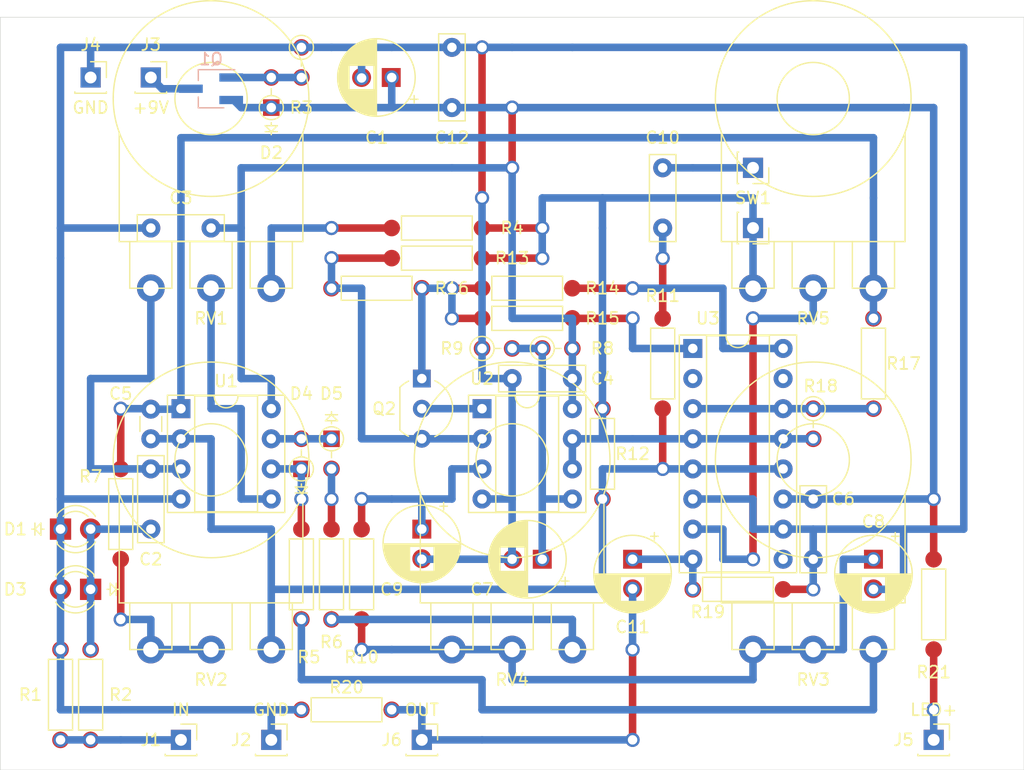
<source format=kicad_pcb>
(kicad_pcb (version 20171130) (host pcbnew "(5.1.4)-1")
  (layers (0 F.Cu signal) (31 B.Cu signal) (34 B.Paste user) (35 F.Paste user) (36 B.SilkS user) (37 F.SilkS user) (38 B.Mask user) (39 F.Mask user) (44 Edge.Cuts user))
  (net 0 "")
  (net 1 GND)
  (net 2 +9V)
  (net 3 "Net-(C5-Pad1)")
  (net 4 "Net-(C7-Pad1)")
  (net 5 "Net-(C8-Pad1)")
  (net 6 "Net-(D4-Pad2)")
  (net 7 "Net-(D4-Pad1)")
  (net 8 "Net-(J1-Pad1)")
  (net 9 "Net-(R7-Pad1)")
  (net 10 "Net-(R17-Pad2)")
  (net 11 "Net-(D5-Pad2)")
  (net 12 "Net-(Q2-Pad1)")
  (net 13 "Net-(Q2-Pad3)")
  (net 14 "Net-(Q2-Pad2)")
  (net 15 +4V5)
  (net 16 "Net-(R4-Pad1)")
  (net 17 "Net-(R5-Pad2)")
  (net 18 "Net-(R6-Pad2)")
  (net 19 "Net-(R14-Pad1)")
  (net 20 "Net-(R15-Pad1)")
  (net 21 "Net-(RV1-Pad2)")
  (net 22 "Net-(RV5-Pad2)")
  (net 23 "Net-(C2-Pad2)")
  (net 24 "Net-(C2-Pad1)")
  (net 25 "Net-(C5-Pad2)")
  (net 26 "Net-(C9-Pad1)")
  (net 27 "Net-(C10-Pad2)")
  (net 28 "Net-(C10-Pad1)")
  (net 29 "Net-(C11-Pad2)")
  (net 30 "Net-(C11-Pad1)")
  (net 31 "Net-(D2-Pad2)")
  (net 32 "Net-(J3-Pad1)")
  (net 33 "Net-(J5-Pad1)")
  (module "2.Breadboard components:C_Box_P5.08mm" (layer F.Cu) (at 88.9 76.2 90)
    (fp_text reference C12 (at -2.54 0 180) (layer F.SilkS))
    (fp_text value 100n)
    (pad 2 thru_hole circle (at 5.08 0 90) (size 1.6 1.6) (drill 0.8) (layers *.Cu *.Mask) (net 1 GND))
    (pad 1 thru_hole circle (at 0 0 90) (size 1.6 1.6) (drill 0.8) (layers *.Cu *.Mask) (net 2 +9V))
  )
  (module "1.Custom footprints:Alpha_16mm_potentiometer" (layer F.Cu) (at 68.58 91.44)
    (fp_text reference RV1 (at 0 2.54) (layer F.SilkS))
    (fp_text value TH)
    (pad 1 thru_hole circle (at -5.08 0) (size 2.34 2.34) (drill 1.3) (layers *.Cu *.Mask) (net 24 "Net-(C2-Pad1)"))
    (pad 2 thru_hole circle (at 0 0) (size 2.34 2.34) (drill 1.3) (layers *.Cu *.Mask) (net 21 "Net-(RV1-Pad2)"))
    (pad 3 thru_hole circle (at 5.08 0) (size 2.34 2.34) (drill 1.3) (layers *.Cu *.Mask) (net 16 "Net-(R4-Pad1)"))
  )
  (module "2.Breadboard components:R_Axial_Horizontal" (layer F.Cu) (at 101.6 109.22 90)
    (fp_text reference R12 (at 3.81 2.54 180) (layer F.SilkS))
    (fp_text value 10k)
    (pad 2 smd oval (at 7.62 0 90) (size 1.4 1.4) (layers F.Cu) (net 15 +4V5))
    (pad 1 smd circle (at 0 0 90) (size 1.4 1.4) (layers F.Cu) (net 3 "Net-(C5-Pad1)"))
  )
  (module "2.Breadboard components:R_Axial_Horizontal" (layer F.Cu) (at 55.88 129.54 90)
    (fp_text reference R1 (at 3.81 -2.54 180) (layer F.SilkS))
    (fp_text value 1M)
    (pad 2 smd oval (at 7.62 0 90) (size 1.4 1.4) (layers F.Cu) (net 1 GND))
    (pad 1 smd circle (at 0 0 90) (size 1.4 1.4) (layers F.Cu) (net 8 "Net-(J1-Pad1)"))
  )
  (module "2.Breadboard components:D_Axial_Vertical" (layer F.Cu) (at 78.74 104.14 270)
    (fp_text reference D5 (at -3.81 0 180) (layer F.SilkS))
    (fp_text value 1N4148)
    (pad 2 smd oval (at 2.54 0 270) (size 1.4 1.4) (layers F.Cu) (net 11 "Net-(D5-Pad2)"))
    (pad 1 smd rect (at 0 0 270) (size 1.4 1.4) (layers F.Cu) (net 6 "Net-(D4-Pad2)"))
  )
  (module "2.Breadboard components:D_Axial_Vertical" (layer F.Cu) (at 76.2 106.68 90)
    (fp_text reference D4 (at 6.35 0 180) (layer F.SilkS))
    (fp_text value 1N4148)
    (pad 2 smd oval (at 2.54 0 90) (size 1.4 1.4) (layers F.Cu) (net 6 "Net-(D4-Pad2)"))
    (pad 1 smd rect (at 0 0 90) (size 1.4 1.4) (layers F.Cu) (net 7 "Net-(D4-Pad1)"))
  )
  (module "2.Breadboard components:R_Axial_Horizontal" (layer F.Cu) (at 106.68 101.6 90)
    (fp_text reference R11 (at 9.525 0 180) (layer F.SilkS))
    (fp_text value 10k)
    (pad 2 smd oval (at 7.62 0 90) (size 1.4 1.4) (layers F.Cu) (net 27 "Net-(C10-Pad2)"))
    (pad 1 smd circle (at 0 0 90) (size 1.4 1.4) (layers F.Cu) (net 3 "Net-(C5-Pad1)"))
  )
  (module "2.Breadboard components:R_Axial_Vertical" (layer F.Cu) (at 91.44 96.52)
    (fp_text reference R9 (at -2.54 0) (layer F.SilkS))
    (fp_text value 100k)
    (pad 2 smd oval (at 2.54 0) (size 1.4 1.4) (layers F.Cu) (net 4 "Net-(C7-Pad1)"))
    (pad 1 smd circle (at 0 0) (size 1.4 1.4) (layers F.Cu) (net 1 GND))
  )
  (module "2.Breadboard components:R_Axial_Vertical" (layer F.Cu) (at 96.52 96.52)
    (fp_text reference R8 (at 5.08 0) (layer F.SilkS))
    (fp_text value 100k)
    (pad 2 smd oval (at 2.54 0) (size 1.4 1.4) (layers F.Cu) (net 2 +9V))
    (pad 1 smd circle (at 0 0) (size 1.4 1.4) (layers F.Cu) (net 4 "Net-(C7-Pad1)"))
  )
  (module "2.Breadboard components:R_Axial_Horizontal" (layer F.Cu) (at 83.82 86.36)
    (fp_text reference R4 (at 10.16 0) (layer F.SilkS))
    (fp_text value 220k)
    (pad 2 smd oval (at 7.62 0) (size 1.4 1.4) (layers F.Cu) (net 15 +4V5))
    (pad 1 smd circle (at 0 0) (size 1.4 1.4) (layers F.Cu) (net 16 "Net-(R4-Pad1)"))
  )
  (module "2.Breadboard components:R_Axial_Horizontal" (layer F.Cu) (at 83.82 88.9)
    (fp_text reference R13 (at 10.16 0) (layer F.SilkS))
    (fp_text value 1k)
    (pad 2 smd oval (at 7.62 0) (size 1.4 1.4) (layers F.Cu) (net 15 +4V5))
    (pad 1 smd circle (at 0 0) (size 1.4 1.4) (layers F.Cu) (net 13 "Net-(Q2-Pad3)"))
  )
  (module "2.Breadboard components:R_Axial_Vertical" (layer F.Cu) (at 76.2 71.12 270)
    (fp_text reference R3 (at 5.08 0 180) (layer F.SilkS))
    (fp_text value 100k)
    (pad 2 smd oval (at 2.54 0 270) (size 1.4 1.4) (layers F.Cu) (net 31 "Net-(D2-Pad2)"))
    (pad 1 smd circle (at 0 0 270) (size 1.4 1.4) (layers F.Cu) (net 1 GND))
  )
  (module "2.Breadboard components:R_Axial_Vertical" (layer F.Cu) (at 119.38 101.6 270)
    (fp_text reference R18 (at -1.905 -0.635 180) (layer F.SilkS))
    (fp_text value 220R)
    (pad 2 smd oval (at 2.54 0 270) (size 1.4 1.4) (layers F.Cu) (net 15 +4V5))
    (pad 1 smd circle (at 0 0 270) (size 1.4 1.4) (layers F.Cu) (net 10 "Net-(R17-Pad2)"))
  )
  (module "2.Breadboard components:DIP-16_Socket" (layer F.Cu) (at 109.22 96.52)
    (fp_text reference U3 (at 1.27 -2.54) (layer F.SilkS))
    (fp_text value LM13700)
    (pad 16 thru_hole oval (at 7.62 0) (size 1.6 1.6) (drill 0.8) (layers *.Cu *.Mask) (net 19 "Net-(R14-Pad1)"))
    (pad 8 thru_hole oval (at 0 17.78) (size 1.6 1.6) (drill 0.8) (layers *.Cu *.Mask) (net 30 "Net-(C11-Pad1)"))
    (pad 15 thru_hole oval (at 7.62 2.54) (size 1.6 1.6) (drill 0.8) (layers *.Cu *.Mask))
    (pad 7 thru_hole oval (at 0 15.24) (size 1.6 1.6) (drill 0.8) (layers *.Cu *.Mask) (net 22 "Net-(RV5-Pad2)"))
    (pad 14 thru_hole oval (at 7.62 5.08) (size 1.6 1.6) (drill 0.8) (layers *.Cu *.Mask) (net 10 "Net-(R17-Pad2)"))
    (pad 6 thru_hole oval (at 0 12.7) (size 1.6 1.6) (drill 0.8) (layers *.Cu *.Mask) (net 1 GND))
    (pad 13 thru_hole oval (at 7.62 7.62) (size 1.6 1.6) (drill 0.8) (layers *.Cu *.Mask) (net 15 +4V5))
    (pad 5 thru_hole oval (at 0 10.16) (size 1.6 1.6) (drill 0.8) (layers *.Cu *.Mask) (net 3 "Net-(C5-Pad1)"))
    (pad 12 thru_hole oval (at 7.62 10.16) (size 1.6 1.6) (drill 0.8) (layers *.Cu *.Mask) (net 3 "Net-(C5-Pad1)"))
    (pad 4 thru_hole oval (at 0 7.62) (size 1.6 1.6) (drill 0.8) (layers *.Cu *.Mask) (net 15 +4V5))
    (pad 11 thru_hole oval (at 7.62 12.7) (size 1.6 1.6) (drill 0.8) (layers *.Cu *.Mask) (net 2 +9V))
    (pad 3 thru_hole oval (at 0 5.08) (size 1.6 1.6) (drill 0.8) (layers *.Cu *.Mask) (net 10 "Net-(R17-Pad2)"))
    (pad 10 thru_hole oval (at 7.62 15.24) (size 1.6 1.6) (drill 0.8) (layers *.Cu *.Mask) (net 1 GND))
    (pad 2 thru_hole oval (at 0 2.54) (size 1.6 1.6) (drill 0.8) (layers *.Cu *.Mask))
    (pad 9 thru_hole oval (at 7.62 17.78) (size 1.6 1.6) (drill 0.8) (layers *.Cu *.Mask))
    (pad 1 thru_hole rect (at 0 0) (size 1.6 1.6) (drill 0.8) (layers *.Cu *.Mask) (net 20 "Net-(R15-Pad1)"))
  )
  (module "2.Breadboard components:DIP-8_Socket" (layer F.Cu) (at 91.44 101.6)
    (fp_text reference U2 (at 0 -2.54) (layer F.SilkS))
    (fp_text value TL072)
    (pad 8 thru_hole oval (at 7.62 0) (size 1.6 1.6) (drill 0.8) (layers *.Cu *.Mask) (net 2 +9V))
    (pad 4 thru_hole oval (at 0 7.62) (size 1.6 1.6) (drill 0.8) (layers *.Cu *.Mask) (net 1 GND))
    (pad 7 thru_hole oval (at 7.62 2.54) (size 1.6 1.6) (drill 0.8) (layers *.Cu *.Mask) (net 15 +4V5))
    (pad 3 thru_hole oval (at 0 5.08) (size 1.6 1.6) (drill 0.8) (layers *.Cu *.Mask) (net 26 "Net-(C9-Pad1)"))
    (pad 6 thru_hole oval (at 7.62 5.08) (size 1.6 1.6) (drill 0.8) (layers *.Cu *.Mask) (net 15 +4V5))
    (pad 2 thru_hole oval (at 0 2.54) (size 1.6 1.6) (drill 0.8) (layers *.Cu *.Mask) (net 13 "Net-(Q2-Pad3)"))
    (pad 5 thru_hole oval (at 7.62 7.62) (size 1.6 1.6) (drill 0.8) (layers *.Cu *.Mask) (net 4 "Net-(C7-Pad1)"))
    (pad 1 thru_hole rect (at 0 0) (size 1.6 1.6) (drill 0.8) (layers *.Cu *.Mask) (net 14 "Net-(Q2-Pad2)"))
  )
  (module "2.Breadboard components:DIP-8_Socket" (layer F.Cu) (at 66.04 101.6)
    (fp_text reference U1 (at 3.81 -2.33) (layer F.SilkS))
    (fp_text value TL072)
    (pad 8 thru_hole oval (at 7.62 0) (size 1.6 1.6) (drill 0.8) (layers *.Cu *.Mask) (net 2 +9V))
    (pad 4 thru_hole oval (at 0 7.62) (size 1.6 1.6) (drill 0.8) (layers *.Cu *.Mask) (net 1 GND))
    (pad 7 thru_hole oval (at 7.62 2.54) (size 1.6 1.6) (drill 0.8) (layers *.Cu *.Mask) (net 6 "Net-(D4-Pad2)"))
    (pad 3 thru_hole oval (at 0 5.08) (size 1.6 1.6) (drill 0.8) (layers *.Cu *.Mask) (net 24 "Net-(C2-Pad1)"))
    (pad 6 thru_hole oval (at 7.62 5.08) (size 1.6 1.6) (drill 0.8) (layers *.Cu *.Mask) (net 7 "Net-(D4-Pad1)"))
    (pad 2 thru_hole oval (at 0 2.54) (size 1.6 1.6) (drill 0.8) (layers *.Cu *.Mask) (net 3 "Net-(C5-Pad1)"))
    (pad 5 thru_hole oval (at 7.62 7.62) (size 1.6 1.6) (drill 0.8) (layers *.Cu *.Mask) (net 21 "Net-(RV1-Pad2)"))
    (pad 1 thru_hole rect (at 0 0) (size 1.6 1.6) (drill 0.8) (layers *.Cu *.Mask) (net 25 "Net-(C5-Pad2)"))
  )
  (module "1.Custom footprints:PinSocket_2x01_P2.54mm_Vertical_Wide" (layer F.Cu) (at 114.3 81.28 270)
    (fp_text reference SW1 (at 2.54 0 180) (layer F.SilkS))
    (fp_text value TREBLE_BOOST)
    (pad 2 thru_hole rect (at 5.08 0 270) (size 1.7 1.7) (drill 1) (layers *.Cu *.Mask) (net 15 +4V5))
    (pad 1 thru_hole rect (at 0 0 270) (size 1.7 1.7) (drill 1) (layers *.Cu *.Mask) (net 28 "Net-(C10-Pad1)"))
  )
  (module "1.Custom footprints:Alpha_16mm_potentiometer" (layer F.Cu) (at 119.38 91.44)
    (fp_text reference RV5 (at 0 2.54) (layer F.SilkS))
    (fp_text value VOLUME)
    (pad 1 thru_hole circle (at -5.08 0) (size 2.34 2.34) (drill 1.3) (layers *.Cu *.Mask) (net 15 +4V5))
    (pad 2 thru_hole circle (at 0 0) (size 2.34 2.34) (drill 1.3) (layers *.Cu *.Mask) (net 22 "Net-(RV5-Pad2)"))
    (pad 3 thru_hole circle (at 5.08 0) (size 2.34 2.34) (drill 1.3) (layers *.Cu *.Mask) (net 25 "Net-(C5-Pad2)"))
  )
  (module "1.Custom footprints:Alpha_16mm_potentiometer" (layer F.Cu) (at 93.98 121.92)
    (fp_text reference RV4 (at 0 2.54) (layer F.SilkS))
    (fp_text value ATT)
    (pad 1 thru_hole circle (at -5.08 0) (size 2.34 2.34) (drill 1.3) (layers *.Cu *.Mask) (net 5 "Net-(C8-Pad1)"))
    (pad 2 thru_hole circle (at 0 0) (size 2.34 2.34) (drill 1.3) (layers *.Cu *.Mask) (net 5 "Net-(C8-Pad1)"))
    (pad 3 thru_hole circle (at 5.08 0) (size 2.34 2.34) (drill 1.3) (layers *.Cu *.Mask) (net 18 "Net-(R6-Pad2)"))
  )
  (module "1.Custom footprints:Alpha_16mm_potentiometer" (layer F.Cu) (at 119.38 121.92)
    (fp_text reference RV3 (at 0 2.54) (layer F.SilkS))
    (fp_text value REL)
    (pad 1 thru_hole circle (at -5.08 0) (size 2.34 2.34) (drill 1.3) (layers *.Cu *.Mask) (net 5 "Net-(C8-Pad1)"))
    (pad 2 thru_hole circle (at 0 0) (size 2.34 2.34) (drill 1.3) (layers *.Cu *.Mask) (net 5 "Net-(C8-Pad1)"))
    (pad 3 thru_hole circle (at 5.08 0) (size 2.34 2.34) (drill 1.3) (layers *.Cu *.Mask) (net 17 "Net-(R5-Pad2)"))
  )
  (module "1.Custom footprints:Alpha_16mm_potentiometer" (layer F.Cu) (at 68.58 121.92)
    (fp_text reference RV2 (at 0 2.54) (layer F.SilkS))
    (fp_text value RATIO)
    (pad 1 thru_hole circle (at -5.08 0) (size 2.34 2.34) (drill 1.3) (layers *.Cu *.Mask) (net 9 "Net-(R7-Pad1)"))
    (pad 2 thru_hole circle (at 0 0) (size 2.34 2.34) (drill 1.3) (layers *.Cu *.Mask) (net 9 "Net-(R7-Pad1)"))
    (pad 3 thru_hole circle (at 5.08 0) (size 2.34 2.34) (drill 1.3) (layers *.Cu *.Mask) (net 3 "Net-(C5-Pad1)"))
  )
  (module "2.Breadboard components:R_Axial_Horizontal" (layer F.Cu) (at 129.54 121.92 90)
    (fp_text reference R21 (at -1.905 0 180) (layer F.SilkS))
    (fp_text value R_LED)
    (pad 2 smd oval (at 7.62 0 90) (size 1.4 1.4) (layers F.Cu) (net 2 +9V))
    (pad 1 smd circle (at 0 0 90) (size 1.4 1.4) (layers F.Cu) (net 33 "Net-(J5-Pad1)"))
  )
  (module "2.Breadboard components:R_Axial_Horizontal" (layer F.Cu) (at 76.2 127)
    (fp_text reference R20 (at 3.81 -1.905) (layer F.SilkS))
    (fp_text value 100k)
    (pad 2 smd oval (at 7.62 0) (size 1.4 1.4) (layers F.Cu) (net 29 "Net-(C11-Pad2)"))
    (pad 1 smd circle (at 0 0) (size 1.4 1.4) (layers F.Cu) (net 1 GND))
  )
  (module "2.Breadboard components:R_Axial_Horizontal" (layer F.Cu) (at 116.84 116.84 180)
    (fp_text reference R19 (at 6.35 -1.905) (layer F.SilkS))
    (fp_text value 4k7)
    (pad 2 smd oval (at 7.62 0 180) (size 1.4 1.4) (layers F.Cu) (net 30 "Net-(C11-Pad1)"))
    (pad 1 smd circle (at 0 0 180) (size 1.4 1.4) (layers F.Cu) (net 1 GND))
  )
  (module "2.Breadboard components:R_Axial_Horizontal" (layer F.Cu) (at 124.46 93.98 270)
    (fp_text reference R17 (at 3.81 -2.54 180) (layer F.SilkS))
    (fp_text value 10k)
    (pad 2 smd oval (at 7.62 0 270) (size 1.4 1.4) (layers F.Cu) (net 10 "Net-(R17-Pad2)"))
    (pad 1 smd circle (at 0 0 270) (size 1.4 1.4) (layers F.Cu) (net 25 "Net-(C5-Pad2)"))
  )
  (module "2.Breadboard components:R_Axial_Horizontal" (layer F.Cu) (at 86.36 91.44 180)
    (fp_text reference R16 (at -2.54 0) (layer F.SilkS))
    (fp_text value 1M)
    (pad 2 smd oval (at 7.62 0 180) (size 1.4 1.4) (layers F.Cu) (net 13 "Net-(Q2-Pad3)"))
    (pad 1 smd circle (at 0 0 180) (size 1.4 1.4) (layers F.Cu) (net 12 "Net-(Q2-Pad1)"))
  )
  (module "2.Breadboard components:R_Axial_Horizontal" (layer F.Cu) (at 99.06 93.98 180)
    (fp_text reference R15 (at -2.54 0) (layer F.SilkS))
    (fp_text value 220R)
    (pad 2 smd oval (at 7.62 0 180) (size 1.4 1.4) (layers F.Cu) (net 12 "Net-(Q2-Pad1)"))
    (pad 1 smd circle (at 0 0 180) (size 1.4 1.4) (layers F.Cu) (net 20 "Net-(R15-Pad1)"))
  )
  (module "2.Breadboard components:R_Axial_Horizontal" (layer F.Cu) (at 99.06 91.44 180)
    (fp_text reference R14 (at -2.54 0) (layer F.SilkS))
    (fp_text value 220R)
    (pad 2 smd oval (at 7.62 0 180) (size 1.4 1.4) (layers F.Cu) (net 12 "Net-(Q2-Pad1)"))
    (pad 1 smd circle (at 0 0 180) (size 1.4 1.4) (layers F.Cu) (net 19 "Net-(R14-Pad1)"))
  )
  (module "2.Breadboard components:R_Axial_Horizontal" (layer F.Cu) (at 81.28 119.38 90)
    (fp_text reference R10 (at -3.175 0 180) (layer F.SilkS))
    (fp_text value 1k)
    (pad 2 smd oval (at 7.62 0 90) (size 1.4 1.4) (layers F.Cu) (net 26 "Net-(C9-Pad1)"))
    (pad 1 smd circle (at 0 0 90) (size 1.4 1.4) (layers F.Cu) (net 5 "Net-(C8-Pad1)"))
  )
  (module "2.Breadboard components:R_Axial_Horizontal" (layer F.Cu) (at 60.96 114.3 90)
    (fp_text reference R7 (at 6.985 -2.54 180) (layer F.SilkS))
    (fp_text value 4k7)
    (pad 2 smd oval (at 7.62 0 90) (size 1.4 1.4) (layers F.Cu) (net 25 "Net-(C5-Pad2)"))
    (pad 1 smd circle (at 0 0 90) (size 1.4 1.4) (layers F.Cu) (net 9 "Net-(R7-Pad1)"))
  )
  (module "2.Breadboard components:R_Axial_Horizontal" (layer F.Cu) (at 78.74 111.76 270)
    (fp_text reference R6 (at 9.525 0 180) (layer F.SilkS))
    (fp_text value 100R)
    (pad 2 smd oval (at 7.62 0 270) (size 1.4 1.4) (layers F.Cu) (net 18 "Net-(R6-Pad2)"))
    (pad 1 smd circle (at 0 0 270) (size 1.4 1.4) (layers F.Cu) (net 11 "Net-(D5-Pad2)"))
  )
  (module "2.Breadboard components:R_Axial_Horizontal" (layer F.Cu) (at 76.2 111.76 270)
    (fp_text reference R5 (at 10.795 -0.635 180) (layer F.SilkS))
    (fp_text value 100k)
    (pad 2 smd oval (at 7.62 0 270) (size 1.4 1.4) (layers F.Cu) (net 17 "Net-(R5-Pad2)"))
    (pad 1 smd circle (at 0 0 270) (size 1.4 1.4) (layers F.Cu) (net 7 "Net-(D4-Pad1)"))
  )
  (module "2.Breadboard components:R_Axial_Horizontal" (layer F.Cu) (at 58.42 129.54 90)
    (fp_text reference R2 (at 3.81 2.54 180) (layer F.SilkS))
    (fp_text value 1k)
    (pad 2 smd oval (at 7.62 0 90) (size 1.4 1.4) (layers F.Cu) (net 23 "Net-(C2-Pad2)"))
    (pad 1 smd circle (at 0 0 90) (size 1.4 1.4) (layers F.Cu) (net 8 "Net-(J1-Pad1)"))
  )
  (module Package_TO_SOT_THT:TO-92_Inline_Wide (layer F.Cu) (at 86.36 99.06 270)
    (fp_text reference Q2 (at 2.54 3.175 180) (layer F.SilkS))
    (fp_text value BC327)
    (pad 1 thru_hole rect (at 0 0) (size 1.5 1.5) (drill 0.8) (layers *.Cu *.Mask) (net 12 "Net-(Q2-Pad1)"))
    (pad 3 thru_hole circle (at 5.08 0) (size 1.5 1.5) (drill 0.8) (layers *.Cu *.Mask) (net 13 "Net-(Q2-Pad3)"))
    (pad 2 thru_hole circle (at 2.54 0) (size 1.5 1.5) (drill 0.8) (layers *.Cu *.Mask) (net 14 "Net-(Q2-Pad2)"))
  )
  (module Package_TO_SOT_SMD:SOT-23W_Handsoldering (layer B.Cu) (at 68.58 74.61 180)
    (fp_text reference Q1 (at 0 2.5) (layer B.SilkS) (effects (justify mirror)))
    (fp_text value Q_PMOS_GSD)
    (pad 3 smd rect (at 1.7 0 180) (size 2 0.7) (layers B.Cu B.Paste B.Mask) (net 32 "Net-(J3-Pad1)"))
    (pad 2 smd rect (at -1.7 -0.95 180) (size 2 0.7) (layers B.Cu B.Paste B.Mask) (net 2 +9V))
    (pad 1 smd rect (at -1.7 0.95 180) (size 2 0.7) (layers B.Cu B.Paste B.Mask) (net 31 "Net-(D2-Pad2)"))
  )
  (module Connector_PinSocket_2.54mm:PinSocket_1x01_P2.54mm_Vertical (layer F.Cu) (at 86.36 129.54)
    (fp_text reference J6 (at -2.54 0) (layer F.SilkS))
    (fp_text value Out)
    (pad 1 thru_hole rect (at 0 0) (size 1.7 1.7) (drill 1) (layers *.Cu *.Mask) (net 29 "Net-(C11-Pad2)"))
  )
  (module Connector_PinSocket_2.54mm:PinSocket_1x01_P2.54mm_Vertical (layer F.Cu) (at 129.54 129.54)
    (fp_text reference J5 (at -2.54 0) (layer F.SilkS))
    (fp_text value LED+)
    (pad 1 thru_hole rect (at 0 0) (size 1.7 1.7) (drill 1) (layers *.Cu *.Mask) (net 33 "Net-(J5-Pad1)"))
  )
  (module Connector_PinSocket_2.54mm:PinSocket_1x01_P2.54mm_Vertical (layer F.Cu) (at 58.42 73.66)
    (fp_text reference J4 (at 0 -2.77) (layer F.SilkS))
    (fp_text value GND)
    (pad 1 thru_hole rect (at 0 0) (size 1.7 1.7) (drill 1) (layers *.Cu *.Mask) (net 1 GND))
  )
  (module Connector_PinSocket_2.54mm:PinSocket_1x01_P2.54mm_Vertical (layer F.Cu) (at 63.5 73.66)
    (fp_text reference J3 (at 0 -2.77) (layer F.SilkS))
    (fp_text value 9V)
    (pad 1 thru_hole rect (at 0 0) (size 1.7 1.7) (drill 1) (layers *.Cu *.Mask) (net 32 "Net-(J3-Pad1)"))
  )
  (module Connector_PinSocket_2.54mm:PinSocket_1x01_P2.54mm_Vertical (layer F.Cu) (at 73.66 129.54)
    (fp_text reference J2 (at -2.54 0) (layer F.SilkS))
    (fp_text value GND)
    (pad 1 thru_hole rect (at 0 0) (size 1.7 1.7) (drill 1) (layers *.Cu *.Mask) (net 1 GND))
  )
  (module Connector_PinSocket_2.54mm:PinSocket_1x01_P2.54mm_Vertical (layer F.Cu) (at 66.04 129.54)
    (fp_text reference J1 (at -2.54 0) (layer F.SilkS))
    (fp_text value INPUT)
    (pad 1 thru_hole rect (at 0 0) (size 1.7 1.7) (drill 1) (layers *.Cu *.Mask) (net 8 "Net-(J1-Pad1)"))
  )
  (module "2.Breadboard components:LED_D3.0mm_Vertical" (layer F.Cu) (at 58.42 116.84 180)
    (fp_text reference D3 (at 6.35 0) (layer F.SilkS))
    (fp_text value LED)
    (pad 2 smd circle (at 2.54 0 180) (size 1.8 1.8) (layers F.Cu) (net 1 GND))
    (pad 1 smd rect (at 0 0 180) (size 1.8 1.8) (layers F.Cu) (net 23 "Net-(C2-Pad2)"))
  )
  (module "2.Breadboard components:D_Axial_Vertical" (layer F.Cu) (at 73.66 76.2 90)
    (fp_text reference D2 (at -3.81 0 180) (layer F.SilkS))
    (fp_text value "10V Zener")
    (pad 2 smd oval (at 2.54 0 90) (size 1.4 1.4) (layers F.Cu) (net 31 "Net-(D2-Pad2)"))
    (pad 1 smd rect (at 0 0 90) (size 1.4 1.4) (layers F.Cu) (net 2 +9V))
  )
  (module "2.Breadboard components:LED_D3.0mm_Vertical" (layer F.Cu) (at 55.88 111.76)
    (fp_text reference D1 (at -3.81 0) (layer F.SilkS))
    (fp_text value LED)
    (pad 2 smd circle (at 2.54 0) (size 1.8 1.8) (layers F.Cu) (net 23 "Net-(C2-Pad2)"))
    (pad 1 smd rect (at 0 0) (size 1.8 1.8) (layers F.Cu) (net 1 GND))
  )
  (module "2.Breadboard components:CP_Vertical" (layer F.Cu) (at 104.14 114.3 270)
    (fp_text reference C11 (at 5.715 0 180) (layer F.SilkS))
    (fp_text value 10u)
    (pad 2 smd circle (at 2.5 0 270) (size 1.6 1.6) (layers F.Cu) (net 29 "Net-(C11-Pad2)"))
    (pad 1 smd rect (at 0 0 270) (size 1.6 1.6) (layers F.Cu) (net 30 "Net-(C11-Pad1)"))
  )
  (module "2.Breadboard components:C_Box_P5.08mm" (layer F.Cu) (at 106.68 81.28 270)
    (fp_text reference C10 (at -2.54 0 180) (layer F.SilkS))
    (fp_text value 4.7n-10n)
    (pad 2 thru_hole circle (at 5.08 0 270) (size 1.6 1.6) (drill 0.8) (layers *.Cu *.Mask) (net 27 "Net-(C10-Pad2)"))
    (pad 1 thru_hole circle (at 0 0 270) (size 1.6 1.6) (drill 0.8) (layers *.Cu *.Mask) (net 28 "Net-(C10-Pad1)"))
  )
  (module "2.Breadboard components:CP_Vertical" (layer F.Cu) (at 86.36 111.76 270)
    (fp_text reference C9 (at 5.08 2.54 180) (layer F.SilkS))
    (fp_text value 1u-2u2)
    (pad 2 smd circle (at 2.5 0 270) (size 1.6 1.6) (layers F.Cu) (net 1 GND))
    (pad 1 smd rect (at 0 0 270) (size 1.6 1.6) (layers F.Cu) (net 26 "Net-(C9-Pad1)"))
  )
  (module "2.Breadboard components:CP_Vertical" (layer F.Cu) (at 124.46 114.3 270)
    (fp_text reference C8 (at -3.175 0 180) (layer F.SilkS))
    (fp_text value 1u-2u2)
    (pad 2 smd circle (at 2.5 0 270) (size 1.6 1.6) (layers F.Cu) (net 1 GND))
    (pad 1 smd rect (at 0 0 270) (size 1.6 1.6) (layers F.Cu) (net 5 "Net-(C8-Pad1)"))
  )
  (module "2.Breadboard components:CP_Vertical" (layer F.Cu) (at 96.52 114.3 180)
    (fp_text reference C7 (at 5.08 -2.54) (layer F.SilkS))
    (fp_text value 10u)
    (pad 2 smd circle (at 2.5 0 180) (size 1.6 1.6) (layers F.Cu) (net 1 GND))
    (pad 1 smd rect (at 0 0 180) (size 1.6 1.6) (layers F.Cu) (net 4 "Net-(C7-Pad1)"))
  )
  (module "2.Breadboard components:C_Box_P5.08mm" (layer F.Cu) (at 119.38 109.22 270)
    (fp_text reference C6 (at 0 -2.54 180) (layer F.SilkS))
    (fp_text value 100n)
    (pad 2 thru_hole circle (at 5.08 0 270) (size 1.6 1.6) (drill 0.8) (layers *.Cu *.Mask) (net 1 GND))
    (pad 1 thru_hole circle (at 0 0 270) (size 1.6 1.6) (drill 0.8) (layers *.Cu *.Mask) (net 2 +9V))
  )
  (module "2.Breadboard components:C_Disc_P2.50mm" (layer F.Cu) (at 63.5 104.14 90)
    (fp_text reference C5 (at 3.81 -2.54 180) (layer F.SilkS))
    (fp_text value 100p)
    (pad 2 thru_hole circle (at 2.5 0 90) (size 1.6 1.6) (drill 0.8) (layers *.Cu *.Mask) (net 25 "Net-(C5-Pad2)"))
    (pad 1 thru_hole circle (at 0 0 90) (size 1.6 1.6) (drill 0.8) (layers *.Cu *.Mask) (net 3 "Net-(C5-Pad1)"))
  )
  (module "2.Breadboard components:C_Box_P5.08mm" (layer F.Cu) (at 99.06 99.06 180)
    (fp_text reference C4 (at -2.54 0) (layer F.SilkS))
    (fp_text value 100n)
    (pad 2 thru_hole circle (at 5.08 0 180) (size 1.6 1.6) (drill 0.8) (layers *.Cu *.Mask) (net 1 GND))
    (pad 1 thru_hole circle (at 0 0 180) (size 1.6 1.6) (drill 0.8) (layers *.Cu *.Mask) (net 2 +9V))
  )
  (module "2.Breadboard components:C_Box_P5.08mm" (layer F.Cu) (at 68.58 86.36 180)
    (fp_text reference C3 (at 2.54 2.54) (layer F.SilkS))
    (fp_text value 100n)
    (pad 2 thru_hole circle (at 5.08 0 180) (size 1.6 1.6) (drill 0.8) (layers *.Cu *.Mask) (net 1 GND))
    (pad 1 thru_hole circle (at 0 0 180) (size 1.6 1.6) (drill 0.8) (layers *.Cu *.Mask) (net 2 +9V))
  )
  (module "2.Breadboard components:C_Box_P5.08mm" (layer F.Cu) (at 63.5 106.68 270)
    (fp_text reference C2 (at 7.62 0 180) (layer F.SilkS))
    (fp_text value 10n)
    (pad 2 thru_hole circle (at 5.08 0 270) (size 1.6 1.6) (drill 0.8) (layers *.Cu *.Mask) (net 23 "Net-(C2-Pad2)"))
    (pad 1 thru_hole circle (at 0 0 270) (size 1.6 1.6) (drill 0.8) (layers *.Cu *.Mask) (net 24 "Net-(C2-Pad1)"))
  )
  (module "2.Breadboard components:CP_Vertical" (layer F.Cu) (at 83.78 73.66 180)
    (fp_text reference C1 (at 1.23 -5.08) (layer F.SilkS))
    (fp_text value 100u)
    (pad 2 smd circle (at 2.5 0 180) (size 1.6 1.6) (layers F.Cu) (net 1 GND))
    (pad 1 smd rect (at 0 0 180) (size 1.6 1.6) (layers F.Cu) (net 2 +9V))
  )
  (gr_text LED+ (at 129.54 127) (layer F.SilkS) (effects (font (size 1 1))))
  (gr_text OUT (at 86.36 127) (layer F.SilkS) (effects (font (size 1 1))))
  (gr_text GND (at 73.66 127) (layer F.SilkS) (effects (font (size 1 1))))
  (gr_text IN (at 66.04 127) (layer F.SilkS) (effects (font (size 1 1))))
  (gr_text +9V (at 63.5 76.2) (layer F.SilkS) (effects (font (size 1 1))))
  (gr_text GND (at 58.42 76.2) (layer F.SilkS) (effects (font (size 1 1))))
  (gr_line (start 137.16 68.58) (end 50.8 68.58) (layer Edge.Cuts) (width 0.05))
  (gr_line (start 50.8 132.08) (end 137.16 132.08) (layer Edge.Cuts) (width 0.05))
  (gr_line (start 137.16 68.58) (end 137.16 132.08) (layer Edge.Cuts) (width 0.05))
  (gr_line (start 50.8 68.58) (end 50.8 132.08) (layer Edge.Cuts) (width 0.05))
  (segment (start 114.3 111.76) (end 116.84 111.76) (width 0.635) (layer B.Cu) (net 1))
  (segment (start 114.3 109.22) (end 114.3 111.76) (width 0.635) (layer B.Cu) (net 1))
  (segment (start 109.22 109.22) (end 114.3 109.22) (width 0.635) (layer B.Cu) (net 1))
  (segment (start 55.88 127) (end 55.88 111.76) (width 0.635) (layer B.Cu) (net 1))
  (segment (start 66.04 109.22) (end 55.88 109.22) (width 0.635) (layer B.Cu) (net 1))
  (segment (start 55.88 111.76) (end 55.88 109.22) (width 0.635) (layer B.Cu) (net 1))
  (segment (start 93.98 99.06) (end 93.98 109.22) (width 0.635) (layer B.Cu) (net 1))
  (segment (start 93.98 109.22) (end 91.44 109.22) (width 0.635) (layer B.Cu) (net 1))
  (via (at 55.88 116.84) (size 1.2) (drill 0.8) (layers F.Cu B.Cu) (net 1))
  (via (at 55.88 111.76) (size 1.2) (drill 0.8) (layers F.Cu B.Cu) (net 1))
  (via (at 76.2 71.12) (size 1.2) (drill 0.8) (layers F.Cu B.Cu) (net 1))
  (segment (start 78.74 71.12) (end 83.82 71.12) (width 0.635) (layer B.Cu) (net 1))
  (via (at 81.28 73.7) (size 1.2) (drill 0.8) (layers F.Cu B.Cu) (net 1))
  (segment (start 81.28 71.12) (end 81.28 73.7) (width 0.635) (layer B.Cu) (net 1))
  (segment (start 93.98 71.12) (end 83.82 71.12) (width 0.635) (layer B.Cu) (net 1))
  (segment (start 119.38 111.76) (end 119.38 114.3) (width 0.635) (layer B.Cu) (net 1))
  (segment (start 116.84 111.76) (end 119.38 111.76) (width 0.635) (layer B.Cu) (net 1))
  (segment (start 55.88 109.22) (end 55.88 88.9) (width 0.635) (layer B.Cu) (net 1))
  (segment (start 58.42 73.66) (end 58.42 71.12) (width 0.635) (layer B.Cu) (net 1))
  (segment (start 55.88 71.12) (end 60.96 71.12) (width 0.635) (layer B.Cu) (net 1))
  (segment (start 60.96 71.12) (end 78.74 71.12) (width 0.635) (layer B.Cu) (net 1))
  (segment (start 119.38 111.76) (end 124.46 111.76) (width 0.635) (layer B.Cu) (net 1))
  (via (at 86.36 114.3) (size 1.2) (drill 0.8) (layers F.Cu B.Cu) (net 1))
  (via (at 93.98 114.3) (size 1.2) (drill 0.8) (layers F.Cu B.Cu) (net 1))
  (via (at 91.44 96.52) (size 1.2) (drill 0.8) (layers F.Cu B.Cu) (net 1))
  (via (at 55.88 121.92) (size 1.2) (drill 0.8) (layers F.Cu B.Cu) (net 1))
  (segment (start 55.88 127) (end 60.96 127) (width 0.635) (layer B.Cu) (net 1))
  (segment (start 60.96 127) (end 73.66 127) (width 0.635) (layer B.Cu) (net 1))
  (segment (start 73.66 127) (end 73.66 129.54) (width 0.635) (layer B.Cu) (net 1))
  (segment (start 119.38 114.3) (end 119.38 116.84) (width 0.635) (layer B.Cu) (net 1))
  (via (at 119.38 116.84) (size 1.2) (drill 0.8) (layers F.Cu B.Cu) (net 1))
  (segment (start 119.38 116.84) (end 116.84 116.84) (width 0.635) (layer F.Cu) (net 1))
  (via (at 76.2 127) (size 1.2) (drill 0.8) (layers F.Cu B.Cu) (net 1))
  (segment (start 132.08 111.76) (end 129.54 111.76) (width 0.635) (layer B.Cu) (net 1))
  (segment (start 132.08 71.12) (end 132.08 111.76) (width 0.635) (layer B.Cu) (net 1))
  (segment (start 63.5 86.36) (end 55.88 86.36) (width 0.635) (layer B.Cu) (net 1))
  (segment (start 55.88 88.9) (end 55.88 86.36) (width 0.635) (layer B.Cu) (net 1))
  (segment (start 55.88 86.36) (end 55.88 71.12) (width 0.635) (layer B.Cu) (net 1))
  (segment (start 93.98 71.12) (end 99.06 71.12) (width 0.635) (layer B.Cu) (net 1))
  (segment (start 99.06 71.12) (end 132.08 71.12) (width 0.635) (layer B.Cu) (net 1))
  (segment (start 93.98 99.06) (end 91.44 99.06) (width 0.635) (layer B.Cu) (net 1))
  (segment (start 91.44 99.06) (end 91.44 96.52) (width 0.635) (layer B.Cu) (net 1))
  (via (at 91.44 83.82) (size 1.2) (drill 0.8) (layers F.Cu B.Cu) (net 1))
  (segment (start 91.44 96.52) (end 91.44 83.82) (width 0.635) (layer B.Cu) (net 1))
  (via (at 91.44 71.12) (size 1.2) (drill 0.8) (layers F.Cu B.Cu) (net 1))
  (segment (start 91.44 83.82) (end 91.44 71.12) (width 0.635) (layer F.Cu) (net 1))
  (segment (start 91.44 114.3) (end 94.06 114.3) (width 0.635) (layer B.Cu) (net 1))
  (segment (start 86.36 114.3) (end 91.44 114.3) (width 0.635) (layer B.Cu) (net 1))
  (segment (start 93.98 109.22) (end 93.98 111.76) (width 0.635) (layer B.Cu) (net 1))
  (segment (start 93.98 111.76) (end 93.94 114.3) (width 0.635) (layer B.Cu) (net 1))
  (segment (start 93.98 111.76) (end 93.98 114.3) (width 0.635) (layer B.Cu) (net 1))
  (segment (start 76.2 127) (end 73.66 127) (width 0.635) (layer B.Cu) (net 1))
  (via (at 124.46 116.84) (size 1.2) (drill 0.8) (layers F.Cu B.Cu) (net 1))
  (segment (start 124.46 116.84) (end 127 116.84) (width 0.635) (layer B.Cu) (net 1))
  (segment (start 127 116.84) (end 127 111.76) (width 0.635) (layer B.Cu) (net 1))
  (segment (start 129.54 111.76) (end 127 111.76) (width 0.635) (layer B.Cu) (net 1))
  (segment (start 127 111.76) (end 124.46 111.76) (width 0.635) (layer B.Cu) (net 1))
  (segment (start 99.06 99.06) (end 99.06 101.6) (width 0.635) (layer B.Cu) (net 2))
  (via (at 73.66 76.2) (size 1.2) (drill 0.8) (layers F.Cu B.Cu) (net 2))
  (segment (start 73.66 76.2) (end 81.28 76.2) (width 0.635) (layer B.Cu) (net 2))
  (segment (start 70.48 75.56) (end 71.12 76.2) (width 0.635) (layer B.Cu) (net 2))
  (segment (start 71.12 76.2) (end 73.66 76.2) (width 0.635) (layer B.Cu) (net 2))
  (segment (start 70.28 75.56) (end 70.48 75.56) (width 0.635) (layer B.Cu) (net 2))
  (via (at 83.82 73.66) (size 1.2) (drill 0.8) (layers F.Cu B.Cu) (net 2))
  (segment (start 116.84 109.22) (end 127 109.22) (width 0.635) (layer B.Cu) (net 2))
  (via (at 99.06 96.52) (size 1.2) (drill 0.8) (layers F.Cu B.Cu) (net 2))
  (segment (start 99.06 99.06) (end 99.06 96.52) (width 0.635) (layer B.Cu) (net 2))
  (segment (start 127 109.22) (end 129.54 109.22) (width 0.635) (layer B.Cu) (net 2))
  (via (at 129.54 109.22) (size 1.2) (drill 0.8) (layers F.Cu B.Cu) (net 2))
  (segment (start 68.58 86.36) (end 71.12 86.36) (width 0.635) (layer B.Cu) (net 2))
  (segment (start 71.12 86.36) (end 71.12 99.06) (width 0.635) (layer B.Cu) (net 2))
  (segment (start 71.12 99.06) (end 73.66 99.06) (width 0.635) (layer B.Cu) (net 2))
  (segment (start 73.66 99.06) (end 73.66 101.6) (width 0.635) (layer B.Cu) (net 2))
  (via (at 93.98 81.28) (size 1.2) (drill 0.8) (layers F.Cu B.Cu) (net 2))
  (via (at 93.98 76.2) (size 1.2) (drill 0.8) (layers F.Cu B.Cu) (net 2))
  (segment (start 129.54 114.3) (end 129.54 109.22) (width 0.635) (layer F.Cu) (net 2))
  (segment (start 71.12 86.36) (end 71.12 81.28) (width 0.635) (layer B.Cu) (net 2))
  (segment (start 71.12 81.28) (end 88.9 81.28) (width 0.635) (layer B.Cu) (net 2))
  (segment (start 93.98 81.28) (end 93.98 76.2) (width 0.635) (layer F.Cu) (net 2))
  (segment (start 93.98 81.28) (end 93.98 93.98) (width 0.635) (layer B.Cu) (net 2))
  (segment (start 88.9 81.28) (end 93.98 81.28) (width 0.635) (layer B.Cu) (net 2))
  (segment (start 93.98 93.98) (end 99.06 93.98) (width 0.635) (layer B.Cu) (net 2))
  (segment (start 99.06 93.98) (end 99.06 96.52) (width 0.635) (layer B.Cu) (net 2))
  (segment (start 83.82 73.66) (end 83.82 76.2) (width 0.635) (layer B.Cu) (net 2))
  (segment (start 81.28 76.2) (end 83.82 76.2) (width 0.635) (layer B.Cu) (net 2))
  (segment (start 127 76.2) (end 83.82 76.2) (width 0.635) (layer B.Cu) (net 2))
  (segment (start 129.54 109.22) (end 129.54 76.2) (width 0.635) (layer B.Cu) (net 2))
  (segment (start 129.54 76.2) (end 127 76.2) (width 0.635) (layer B.Cu) (net 2))
  (segment (start 109.22 106.68) (end 116.84 106.68) (width 0.635) (layer B.Cu) (net 3))
  (segment (start 66.04 104.14) (end 63.5 104.14) (width 0.635) (layer B.Cu) (net 3))
  (segment (start 66.04 104.14) (end 68.58 104.14) (width 0.635) (layer B.Cu) (net 3))
  (segment (start 68.58 104.14) (end 68.58 111.76) (width 0.635) (layer B.Cu) (net 3))
  (segment (start 68.58 111.76) (end 73.66 111.76) (width 0.635) (layer B.Cu) (net 3))
  (segment (start 106.68 106.68) (end 109.22 106.68) (width 0.635) (layer B.Cu) (net 3))
  (segment (start 73.66 119.38) (end 73.66 121.92) (width 0.635) (layer B.Cu) (net 3))
  (via (at 106.68 106.68) (size 1.2) (drill 0.8) (layers F.Cu B.Cu) (net 3))
  (segment (start 73.66 116.84) (end 73.66 119.38) (width 0.635) (layer B.Cu) (net 3))
  (segment (start 73.66 111.76) (end 73.66 116.84) (width 0.635) (layer B.Cu) (net 3))
  (segment (start 106.68 101.6) (end 106.68 106.68) (width 0.635) (layer F.Cu) (net 3))
  (via (at 101.6 109.22) (size 1.2) (drill 0.8) (layers F.Cu B.Cu) (net 3))
  (segment (start 101.6 106.68) (end 101.6 116.84) (width 0.635) (layer B.Cu) (net 3))
  (segment (start 106.68 106.68) (end 101.6 106.68) (width 0.635) (layer B.Cu) (net 3))
  (segment (start 101.6 116.84) (end 73.66 116.84) (width 0.635) (layer B.Cu) (net 3))
  (via (at 96.52 114.3) (size 1.2) (drill 0.8) (layers F.Cu B.Cu) (net 4))
  (segment (start 96.52 114.3) (end 96.52 109.22) (width 0.635) (layer B.Cu) (net 4))
  (via (at 96.52 96.52) (size 1.2) (drill 0.8) (layers F.Cu B.Cu) (net 4))
  (via (at 93.98 96.52) (size 1.2) (drill 0.8) (layers F.Cu B.Cu) (net 4))
  (segment (start 99.06 109.22) (end 96.52 109.22) (width 0.635) (layer B.Cu) (net 4))
  (segment (start 96.52 109.22) (end 96.52 96.52) (width 0.635) (layer B.Cu) (net 4))
  (segment (start 96.52 96.52) (end 93.98 96.52) (width 0.635) (layer B.Cu) (net 4))
  (via (at 124.46 114.3) (size 1.2) (drill 0.8) (layers F.Cu B.Cu) (net 5))
  (segment (start 119.38 121.92) (end 114.3 121.92) (width 0.635) (layer B.Cu) (net 5))
  (segment (start 93.98 121.92) (end 88.9 121.92) (width 0.635) (layer B.Cu) (net 5))
  (segment (start 93.98 121.92) (end 93.98 124.46) (width 0.635) (layer B.Cu) (net 5))
  (segment (start 93.98 124.46) (end 114.3 124.46) (width 0.635) (layer B.Cu) (net 5))
  (segment (start 114.3 124.46) (end 114.3 121.92) (width 0.635) (layer B.Cu) (net 5))
  (via (at 81.28 121.92) (size 1.2) (drill 0.8) (layers F.Cu B.Cu) (net 5))
  (segment (start 81.28 119.38) (end 81.28 121.92) (width 0.635) (layer F.Cu) (net 5))
  (segment (start 83.82 121.92) (end 81.28 121.92) (width 0.635) (layer B.Cu) (net 5))
  (segment (start 88.9 121.92) (end 83.82 121.92) (width 0.635) (layer B.Cu) (net 5))
  (segment (start 121.92 121.92) (end 119.38 121.92) (width 0.635) (layer B.Cu) (net 5))
  (segment (start 124.46 114.3) (end 121.92 114.3) (width 0.635) (layer B.Cu) (net 5))
  (segment (start 121.92 114.3) (end 121.92 121.92) (width 0.635) (layer B.Cu) (net 5))
  (via (at 76.2 104.14) (size 1.2) (drill 0.8) (layers F.Cu B.Cu) (net 6))
  (segment (start 73.66 104.14) (end 76.2 104.14) (width 0.635) (layer B.Cu) (net 6))
  (via (at 78.74 104.14) (size 1.2) (drill 0.8) (layers F.Cu B.Cu) (net 6))
  (segment (start 76.2 104.14) (end 78.74 104.14) (width 0.635) (layer B.Cu) (net 6))
  (via (at 76.2 109.22) (size 1.2) (drill 0.8) (layers F.Cu B.Cu) (net 7))
  (segment (start 76.2 111.76) (end 76.2 109.22) (width 0.635) (layer F.Cu) (net 7))
  (segment (start 76.2 109.22) (end 76.2 106.68) (width 0.635) (layer B.Cu) (net 7))
  (segment (start 76.2 106.68) (end 73.66 106.68) (width 0.635) (layer B.Cu) (net 7))
  (via (at 76.2 106.68) (size 1.2) (drill 0.8) (layers F.Cu B.Cu) (net 7))
  (via (at 58.42 129.54) (size 1.2) (drill 0.8) (layers F.Cu B.Cu) (net 8))
  (via (at 55.88 129.54) (size 1.2) (drill 0.8) (layers F.Cu B.Cu) (net 8))
  (segment (start 66.04 129.54) (end 60.96 129.54) (width 0.635) (layer B.Cu) (net 8))
  (segment (start 60.96 129.54) (end 58.42 129.54) (width 0.635) (layer B.Cu) (net 8))
  (segment (start 55.88 129.54) (end 58.42 129.54) (width 0.635) (layer B.Cu) (net 8))
  (segment (start 63.5 121.92) (end 68.58 121.92) (width 0.635) (layer B.Cu) (net 9))
  (via (at 60.96 119.38) (size 1.2) (drill 0.8) (layers F.Cu B.Cu) (net 9))
  (segment (start 60.96 114.3) (end 60.96 119.38) (width 0.635) (layer F.Cu) (net 9))
  (segment (start 63.5 121.92) (end 63.5 119.38) (width 0.635) (layer B.Cu) (net 9))
  (segment (start 63.5 119.38) (end 60.96 119.38) (width 0.635) (layer B.Cu) (net 9))
  (segment (start 116.84 101.6) (end 109.22 101.6) (width 0.635) (layer B.Cu) (net 10))
  (via (at 119.38 101.6) (size 1.2) (drill 0.8) (layers F.Cu B.Cu) (net 10))
  (segment (start 116.84 101.6) (end 119.38 101.6) (width 0.635) (layer B.Cu) (net 10))
  (via (at 124.46 101.6) (size 1.2) (drill 0.8) (layers F.Cu B.Cu) (net 10))
  (segment (start 119.38 101.6) (end 124.46 101.6) (width 0.635) (layer B.Cu) (net 10))
  (via (at 78.74 106.68) (size 1.2) (drill 0.8) (layers F.Cu B.Cu) (net 11))
  (via (at 78.74 109.22) (size 1.2) (drill 0.8) (layers F.Cu B.Cu) (net 11))
  (segment (start 78.74 111.76) (end 78.74 109.22) (width 0.635) (layer F.Cu) (net 11))
  (segment (start 78.74 109.22) (end 78.74 106.68) (width 0.635) (layer B.Cu) (net 11))
  (via (at 86.36 91.44) (size 1.2) (drill 0.8) (layers F.Cu B.Cu) (net 12))
  (segment (start 86.36 99.06) (end 86.36 91.44) (width 0.635) (layer B.Cu) (net 12))
  (via (at 88.9 91.44) (size 1.2) (drill 0.8) (layers F.Cu B.Cu) (net 12))
  (segment (start 86.36 91.44) (end 88.9 91.44) (width 0.635) (layer B.Cu) (net 12))
  (segment (start 88.9 91.44) (end 91.44 91.44) (width 0.635) (layer F.Cu) (net 12))
  (via (at 88.9 93.98) (size 1.2) (drill 0.8) (layers F.Cu B.Cu) (net 12))
  (segment (start 91.44 93.98) (end 88.9 93.98) (width 0.635) (layer F.Cu) (net 12))
  (segment (start 88.9 93.98) (end 88.9 91.44) (width 0.635) (layer B.Cu) (net 12))
  (segment (start 88.9 104.14) (end 86.36 104.14) (width 0.635) (layer B.Cu) (net 13))
  (segment (start 91.44 104.14) (end 88.9 104.14) (width 0.635) (layer B.Cu) (net 13))
  (via (at 78.74 88.9) (size 1.2) (drill 0.8) (layers F.Cu B.Cu) (net 13))
  (via (at 78.74 91.44) (size 1.2) (drill 0.8) (layers F.Cu B.Cu) (net 13))
  (segment (start 78.74 88.9) (end 78.74 91.44) (width 0.635) (layer B.Cu) (net 13))
  (segment (start 81.28 104.14) (end 86.36 104.14) (width 0.635) (layer B.Cu) (net 13))
  (segment (start 78.74 91.44) (end 81.28 91.44) (width 0.635) (layer B.Cu) (net 13))
  (segment (start 81.28 91.44) (end 81.28 104.14) (width 0.635) (layer B.Cu) (net 13))
  (segment (start 83.82 88.9) (end 78.74 88.9) (width 0.635) (layer F.Cu) (net 13))
  (segment (start 86.36 101.6) (end 91.44 101.6) (width 0.635) (layer B.Cu) (net 14))
  (segment (start 109.22 104.14) (end 116.84 104.14) (width 0.635) (layer B.Cu) (net 15))
  (segment (start 99.06 104.14) (end 99.06 106.68) (width 0.635) (layer B.Cu) (net 15))
  (via (at 119.38 104.14) (size 1.2) (drill 0.8) (layers F.Cu B.Cu) (net 15))
  (segment (start 116.84 104.14) (end 119.38 104.14) (width 0.635) (layer B.Cu) (net 15))
  (segment (start 99.06 104.14) (end 101.6 104.14) (width 0.635) (layer B.Cu) (net 15))
  (segment (start 104.14 104.14) (end 109.22 104.14) (width 0.635) (layer B.Cu) (net 15))
  (segment (start 101.6 104.14) (end 104.14 104.14) (width 0.635) (layer B.Cu) (net 15))
  (segment (start 114.3 86.36) (end 114.3 91.44) (width 0.635) (layer B.Cu) (net 15))
  (via (at 101.6 101.6) (size 1.2) (drill 0.8) (layers F.Cu B.Cu) (net 15))
  (via (at 96.52 86.36) (size 1.2) (drill 0.8) (layers F.Cu B.Cu) (net 15))
  (segment (start 91.44 86.36) (end 96.52 86.36) (width 0.635) (layer F.Cu) (net 15))
  (via (at 96.52 88.9) (size 1.2) (drill 0.8) (layers F.Cu B.Cu) (net 15))
  (segment (start 91.44 88.9) (end 96.52 88.9) (width 0.635) (layer F.Cu) (net 15))
  (segment (start 96.52 88.9) (end 96.52 86.36) (width 0.635) (layer B.Cu) (net 15))
  (segment (start 114.3 86.36) (end 114.3 83.82) (width 0.635) (layer B.Cu) (net 15))
  (segment (start 96.52 83.82) (end 96.52 86.36) (width 0.635) (layer B.Cu) (net 15))
  (segment (start 101.6 86.36) (end 101.6 83.82) (width 0.635) (layer B.Cu) (net 15))
  (segment (start 101.6 104.14) (end 101.6 86.36) (width 0.635) (layer B.Cu) (net 15))
  (segment (start 114.3 83.82) (end 101.6 83.82) (width 0.635) (layer B.Cu) (net 15))
  (segment (start 101.6 83.82) (end 96.52 83.82) (width 0.635) (layer B.Cu) (net 15))
  (segment (start 73.66 91.44) (end 73.66 86.36) (width 0.635) (layer B.Cu) (net 16))
  (via (at 78.74 86.36) (size 1.2) (drill 0.8) (layers F.Cu B.Cu) (net 16))
  (segment (start 73.66 86.36) (end 78.74 86.36) (width 0.635) (layer B.Cu) (net 16))
  (segment (start 83.82 86.36) (end 78.74 86.36) (width 0.635) (layer F.Cu) (net 16))
  (via (at 76.2 119.38) (size 1.2) (drill 0.8) (layers F.Cu B.Cu) (net 17))
  (segment (start 76.2 124.46) (end 76.2 119.38) (width 0.635) (layer B.Cu) (net 17))
  (segment (start 124.46 121.92) (end 124.46 127) (width 0.635) (layer B.Cu) (net 17))
  (segment (start 76.2 124.46) (end 91.44 124.46) (width 0.635) (layer B.Cu) (net 17))
  (segment (start 91.44 124.46) (end 91.44 127) (width 0.635) (layer B.Cu) (net 17))
  (segment (start 124.46 127) (end 91.44 127) (width 0.635) (layer B.Cu) (net 17))
  (via (at 78.74 119.38) (size 1.2) (drill 0.8) (layers F.Cu B.Cu) (net 18))
  (segment (start 78.74 119.38) (end 99.06 119.38) (width 0.635) (layer B.Cu) (net 18))
  (segment (start 99.06 119.38) (end 99.06 121.92) (width 0.635) (layer B.Cu) (net 18))
  (via (at 104.14 91.44) (size 1.2) (drill 0.8) (layers F.Cu B.Cu) (net 19))
  (segment (start 99.06 91.44) (end 104.14 91.44) (width 0.635) (layer F.Cu) (net 19))
  (segment (start 111.76 96.52) (end 116.84 96.52) (width 0.635) (layer B.Cu) (net 19))
  (segment (start 104.14 91.44) (end 111.76 91.44) (width 0.635) (layer B.Cu) (net 19))
  (segment (start 111.76 91.44) (end 111.76 96.52) (width 0.635) (layer B.Cu) (net 19))
  (via (at 104.14 93.98) (size 1.2) (drill 0.8) (layers F.Cu B.Cu) (net 20))
  (segment (start 99.06 93.98) (end 104.14 93.98) (width 0.635) (layer F.Cu) (net 20))
  (segment (start 109.22 96.52) (end 104.14 96.52) (width 0.635) (layer B.Cu) (net 20))
  (segment (start 104.14 96.52) (end 104.14 93.98) (width 0.635) (layer B.Cu) (net 20))
  (segment (start 71.12 109.22) (end 73.66 109.22) (width 0.635) (layer B.Cu) (net 21))
  (segment (start 71.12 101.6) (end 71.12 109.22) (width 0.635) (layer B.Cu) (net 21))
  (segment (start 68.58 101.6) (end 71.12 101.6) (width 0.635) (layer B.Cu) (net 21))
  (segment (start 68.58 91.44) (end 68.58 101.6) (width 0.635) (layer B.Cu) (net 21))
  (segment (start 109.22 111.76) (end 111.76 111.76) (width 0.635) (layer B.Cu) (net 22))
  (segment (start 119.38 93.98) (end 119.38 91.44) (width 0.635) (layer B.Cu) (net 22))
  (via (at 114.3 93.98) (size 1.2) (drill 0.8) (layers F.Cu B.Cu) (net 22))
  (segment (start 114.3 93.98) (end 119.38 93.98) (width 0.635) (layer B.Cu) (net 22))
  (via (at 114.3 114.3) (size 1.2) (drill 0.8) (layers F.Cu B.Cu) (net 22))
  (segment (start 114.3 93.98) (end 114.3 114.3) (width 0.635) (layer F.Cu) (net 22))
  (segment (start 114.3 114.3) (end 111.76 114.3) (width 0.635) (layer B.Cu) (net 22))
  (segment (start 111.76 114.3) (end 111.76 111.76) (width 0.635) (layer B.Cu) (net 22))
  (via (at 58.42 111.76) (size 1.2) (drill 0.8) (layers F.Cu B.Cu) (net 23))
  (segment (start 63.5 111.76) (end 58.42 111.76) (width 0.635) (layer B.Cu) (net 23))
  (via (at 58.42 116.84) (size 1.2) (drill 0.8) (layers F.Cu B.Cu) (net 23))
  (segment (start 58.42 111.76) (end 58.42 116.84) (width 0.635) (layer B.Cu) (net 23))
  (via (at 58.42 121.92) (size 1.2) (drill 0.8) (layers F.Cu B.Cu) (net 23))
  (segment (start 58.42 116.84) (end 58.42 121.92) (width 0.635) (layer B.Cu) (net 23))
  (segment (start 66.04 106.68) (end 63.5 106.68) (width 0.635) (layer B.Cu) (net 24))
  (segment (start 63.5 99.06) (end 63.5 91.44) (width 0.635) (layer B.Cu) (net 24))
  (segment (start 58.42 99.06) (end 63.5 99.06) (width 0.635) (layer B.Cu) (net 24))
  (segment (start 63.5 106.68) (end 58.42 106.68) (width 0.635) (layer B.Cu) (net 24))
  (segment (start 58.42 106.68) (end 58.42 99.06) (width 0.635) (layer B.Cu) (net 24))
  (segment (start 66 101.64) (end 66.04 101.6) (width 0.635) (layer B.Cu) (net 25))
  (segment (start 63.5 101.64) (end 66 101.64) (width 0.635) (layer B.Cu) (net 25))
  (via (at 124.46 93.98) (size 1.2) (drill 0.8) (layers F.Cu B.Cu) (net 25))
  (segment (start 124.46 91.44) (end 124.46 93.98) (width 0.635) (layer B.Cu) (net 25))
  (via (at 60.96 101.6) (size 1.2) (drill 0.8) (layers F.Cu B.Cu) (net 25))
  (segment (start 60.96 106.68) (end 60.96 101.6) (width 0.635) (layer F.Cu) (net 25))
  (segment (start 63.46 101.6) (end 63.5 101.64) (width 0.635) (layer B.Cu) (net 25))
  (segment (start 60.96 101.6) (end 63.46 101.6) (width 0.635) (layer B.Cu) (net 25))
  (segment (start 124.46 83.82) (end 124.46 91.44) (width 0.635) (layer B.Cu) (net 25))
  (segment (start 124.46 78.74) (end 124.46 83.82) (width 0.635) (layer B.Cu) (net 25))
  (segment (start 66.04 101.6) (end 66.04 78.74) (width 0.635) (layer B.Cu) (net 25))
  (segment (start 66.04 78.74) (end 124.46 78.74) (width 0.635) (layer B.Cu) (net 25))
  (via (at 81.28 109.22) (size 1.2) (drill 0.8) (layers F.Cu B.Cu) (net 26))
  (segment (start 88.9 109.22) (end 88.9 106.68) (width 0.635) (layer B.Cu) (net 26))
  (segment (start 88.9 106.68) (end 91.44 106.68) (width 0.635) (layer B.Cu) (net 26))
  (via (at 86.36 111.76) (size 1.2) (drill 0.8) (layers F.Cu B.Cu) (net 26))
  (segment (start 81.28 111.76) (end 81.28 109.22) (width 0.635) (layer F.Cu) (net 26))
  (segment (start 83.82 109.22) (end 81.28 109.22) (width 0.635) (layer B.Cu) (net 26))
  (segment (start 86.36 111.76) (end 86.36 109.22) (width 0.635) (layer B.Cu) (net 26))
  (segment (start 88.9 109.22) (end 86.36 109.22) (width 0.635) (layer B.Cu) (net 26))
  (segment (start 86.36 109.22) (end 83.82 109.22) (width 0.635) (layer B.Cu) (net 26))
  (via (at 106.68 88.9) (size 1.2) (drill 0.8) (layers F.Cu B.Cu) (net 27))
  (segment (start 106.68 86.36) (end 106.68 88.9) (width 0.635) (layer B.Cu) (net 27))
  (segment (start 106.68 93.98) (end 106.68 88.9) (width 0.635) (layer F.Cu) (net 27))
  (segment (start 109.22 81.28) (end 114.3 81.28) (width 0.635) (layer B.Cu) (net 28))
  (segment (start 109.22 81.28) (end 106.68 81.28) (width 0.635) (layer B.Cu) (net 28))
  (via (at 83.82 127) (size 1.2) (drill 0.8) (layers F.Cu B.Cu) (net 29))
  (via (at 104.14 116.8) (size 1.2) (drill 0.8) (layers F.Cu B.Cu) (net 29))
  (via (at 104.14 121.92) (size 1.2) (drill 0.8) (layers F.Cu B.Cu) (net 29))
  (segment (start 104.14 116.8) (end 104.14 121.92) (width 0.635) (layer B.Cu) (net 29))
  (via (at 104.14 129.54) (size 1.2) (drill 0.8) (layers F.Cu B.Cu) (net 29))
  (segment (start 104.14 121.92) (end 104.14 129.54) (width 0.635) (layer F.Cu) (net 29))
  (segment (start 104.14 129.54) (end 91.44 129.54) (width 0.635) (layer B.Cu) (net 29))
  (segment (start 83.82 127) (end 86.36 127) (width 0.635) (layer B.Cu) (net 29))
  (segment (start 86.36 127) (end 86.36 129.54) (width 0.635) (layer B.Cu) (net 29))
  (segment (start 86.36 129.54) (end 91.44 129.54) (width 0.635) (layer B.Cu) (net 29))
  (via (at 109.22 116.84) (size 1.2) (drill 0.8) (layers F.Cu B.Cu) (net 30))
  (via (at 104.14 114.3) (size 1.2) (drill 0.8) (layers F.Cu B.Cu) (net 30))
  (segment (start 109.22 114.3) (end 109.22 116.84) (width 0.635) (layer B.Cu) (net 30))
  (segment (start 109.22 114.3) (end 104.14 114.3) (width 0.635) (layer B.Cu) (net 30))
  (via (at 76.2 73.66) (size 1.2) (drill 0.8) (layers F.Cu B.Cu) (net 31))
  (via (at 73.66 73.66) (size 1.2) (drill 0.8) (layers F.Cu B.Cu) (net 31))
  (segment (start 70.28 73.66) (end 73.66 73.66) (width 0.635) (layer B.Cu) (net 31))
  (segment (start 73.66 73.66) (end 76.2 73.66) (width 0.635) (layer B.Cu) (net 31))
  (segment (start 64.45 74.61) (end 63.5 73.66) (width 0.635) (layer B.Cu) (net 32))
  (segment (start 66.88 74.61) (end 64.45 74.61) (width 0.635) (layer B.Cu) (net 32))
  (via (at 129.54 127) (size 1.2) (drill 0.8) (layers F.Cu B.Cu) (net 33))
  (segment (start 129.54 121.92) (end 129.54 127) (width 0.635) (layer F.Cu) (net 33))
  (segment (start 129.54 127) (end 129.54 129.54) (width 0.635) (layer B.Cu) (net 33))
)
</source>
